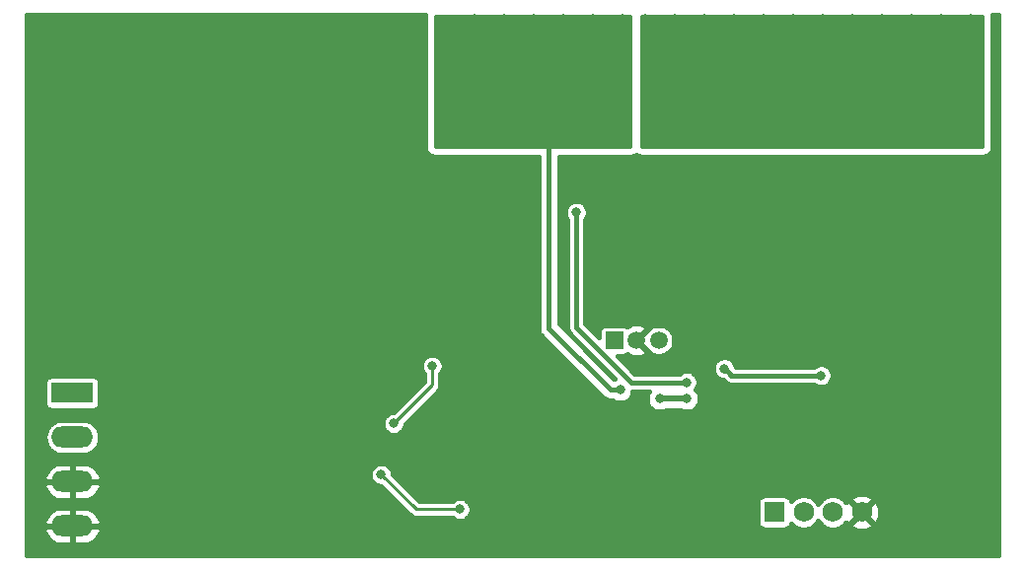
<source format=gbr>
%TF.GenerationSoftware,KiCad,Pcbnew,(5.1.4)-1*%
%TF.CreationDate,2020-11-14T02:23:56+08:00*%
%TF.ProjectId,power,706f7765-722e-46b6-9963-61645f706362,rev?*%
%TF.SameCoordinates,Original*%
%TF.FileFunction,Copper,L2,Bot*%
%TF.FilePolarity,Positive*%
%FSLAX46Y46*%
G04 Gerber Fmt 4.6, Leading zero omitted, Abs format (unit mm)*
G04 Created by KiCad (PCBNEW (5.1.4)-1) date 2020-11-14 02:23:56*
%MOMM*%
%LPD*%
G04 APERTURE LIST*
%ADD10O,9.000000X6.000000*%
%ADD11R,1.500000X1.500000*%
%ADD12C,1.500000*%
%ADD13C,0.800000*%
%ADD14C,0.800000*%
%ADD15C,1.750000*%
%ADD16R,1.750000X1.750000*%
%ADD17O,3.600000X1.800000*%
%ADD18R,3.600000X1.800000*%
%ADD19C,6.000000*%
%ADD20C,0.381000*%
%ADD21C,0.254000*%
%ADD22C,0.508000*%
%ADD23C,0.350000*%
%ADD24O,6.000000X2.000000*%
G04 APERTURE END LIST*
D10*
X68160000Y-27350000D03*
X78160000Y-27350000D03*
D11*
X71250000Y-48750000D03*
D12*
X75070000Y-48750000D03*
X73160000Y-48750000D03*
D13*
X72110000Y-26720000D03*
D14*
X72110000Y-26720000D02*
X72110000Y-26720000D01*
D13*
X72110000Y-27980000D03*
D14*
X72110000Y-27980000D02*
X72110000Y-27980000D01*
D13*
X71360000Y-29010000D03*
X71360000Y-25690000D03*
X64210000Y-26720000D03*
X64210000Y-27980000D03*
X64960000Y-29010000D03*
X64960000Y-25690000D03*
X68830000Y-29400000D03*
X67490000Y-29400000D03*
X70160000Y-29400000D03*
X66160000Y-29400000D03*
X68830000Y-25300000D03*
X67490000Y-25300000D03*
X66160000Y-25300000D03*
X70160000Y-25300000D03*
X74960000Y-29010000D03*
X74960000Y-25690000D03*
X74210000Y-27980000D03*
D14*
X74210000Y-27980000D02*
X74210000Y-27980000D01*
D13*
X74210000Y-26720000D03*
D14*
X74210000Y-26720000D02*
X74210000Y-26720000D01*
D13*
X81360000Y-29010000D03*
X81360000Y-25690000D03*
X82110000Y-26720000D03*
X80160000Y-29400000D03*
X78830000Y-29400000D03*
X77490000Y-29400000D03*
X76160000Y-29400000D03*
X80160000Y-25300000D03*
X78830000Y-25300000D03*
X77490000Y-25300000D03*
X76160000Y-25300000D03*
X82110000Y-27980000D03*
D15*
X92500000Y-63500000D03*
X90000000Y-63500000D03*
X87500000Y-63500000D03*
D16*
X85000000Y-63500000D03*
D17*
X24750000Y-64680000D03*
X24750000Y-60870000D03*
X24750000Y-57060000D03*
D18*
X24750000Y-53250000D03*
D13*
X102306810Y-62312500D03*
X102306810Y-64687500D03*
X100250000Y-65875000D03*
X98193190Y-64687500D03*
X98193190Y-62312500D03*
X100250000Y-61125000D03*
D19*
X100250000Y-63500000D03*
D13*
X41056810Y-44812500D03*
X41056810Y-47187500D03*
X39000000Y-48375000D03*
X36943190Y-47187500D03*
X36943190Y-44812500D03*
X39000000Y-43625000D03*
D19*
X39000000Y-46000000D03*
D13*
X85700000Y-36150000D03*
X86500000Y-55500000D03*
X87750000Y-56750000D03*
X80250000Y-57750001D03*
X66500000Y-64750000D03*
X64750000Y-64750000D03*
X63000000Y-64750000D03*
X61000000Y-64750000D03*
X58750000Y-64750000D03*
X56250000Y-64750000D03*
X81000000Y-65250000D03*
X81000000Y-59750000D03*
X81000000Y-62500000D03*
X89000000Y-51750000D03*
X51259748Y-60276752D03*
X64463990Y-33286000D03*
X68700000Y-64750000D03*
X77700000Y-48750000D03*
X80240000Y-48750000D03*
X82780000Y-48750000D03*
X85320000Y-48750000D03*
X87860000Y-48750000D03*
X90400000Y-48750000D03*
X92940000Y-48750000D03*
X95480000Y-48750000D03*
X98020000Y-48750000D03*
X100560000Y-48750000D03*
X88240000Y-36150000D03*
X90780000Y-36150000D03*
X93320000Y-36150000D03*
X95860000Y-36150000D03*
X98400000Y-36150000D03*
X100940000Y-36150000D03*
X103480000Y-36150000D03*
X85700000Y-38690000D03*
X88240000Y-38690000D03*
X90780000Y-38690000D03*
X93320000Y-38690000D03*
X95860000Y-38690000D03*
X98400000Y-38690000D03*
X100940000Y-38690000D03*
X103480000Y-38690000D03*
X85700000Y-41230000D03*
X88240000Y-41230000D03*
X90780000Y-41230000D03*
X93320000Y-41230000D03*
X95860000Y-41230000D03*
X98400000Y-41230000D03*
X100940000Y-41230000D03*
X103480000Y-41230000D03*
X85700000Y-43770000D03*
X88240000Y-43770000D03*
X90780000Y-43770000D03*
X93320000Y-43770000D03*
X95860000Y-43770000D03*
X98400000Y-43770000D03*
X100940000Y-43770000D03*
X103480000Y-43770000D03*
X85700000Y-46310000D03*
X88240000Y-46310000D03*
X90780000Y-46310000D03*
X93320000Y-46310000D03*
X95860000Y-46310000D03*
X98400000Y-46310000D03*
X100940000Y-46310000D03*
X103480000Y-46310000D03*
X103500000Y-48750000D03*
X21300000Y-21950000D03*
X23840000Y-21950000D03*
X26380000Y-21950000D03*
X28920000Y-21950000D03*
X31460000Y-21950000D03*
X34000000Y-21950000D03*
X36540000Y-21950000D03*
X39080000Y-21950000D03*
X41620000Y-21950000D03*
X44160000Y-21950000D03*
X21300000Y-24490000D03*
X23840000Y-24490000D03*
X26380000Y-24490000D03*
X28920000Y-24490000D03*
X31460000Y-24490000D03*
X34000000Y-24490000D03*
X36540000Y-24490000D03*
X39080000Y-24490000D03*
X41620000Y-24490000D03*
X44160000Y-24490000D03*
X21300000Y-27030000D03*
X23840000Y-27030000D03*
X26380000Y-27030000D03*
X28920000Y-27030000D03*
X31460000Y-27030000D03*
X34000000Y-27030000D03*
X36540000Y-27030000D03*
X39080000Y-27030000D03*
X41620000Y-27030000D03*
X44160000Y-27030000D03*
X21300000Y-29570000D03*
X23840000Y-29570000D03*
X26380000Y-29570000D03*
X28920000Y-29570000D03*
X31460000Y-29570000D03*
X34000000Y-29570000D03*
X36540000Y-29570000D03*
X39080000Y-29570000D03*
X41620000Y-29570000D03*
X44160000Y-29570000D03*
X21300000Y-32110000D03*
X23840000Y-32110000D03*
X26380000Y-32110000D03*
X28920000Y-32110000D03*
X31460000Y-32110000D03*
X34000000Y-32110000D03*
X36540000Y-32110000D03*
X39080000Y-32110000D03*
X41620000Y-32110000D03*
X44160000Y-32110000D03*
X21300000Y-34650000D03*
X23840000Y-34650000D03*
X26380000Y-34650000D03*
X28920000Y-34650000D03*
X31460000Y-34650000D03*
X34000000Y-34650000D03*
X36540000Y-34650000D03*
X39080000Y-34650000D03*
X41620000Y-34650000D03*
X44160000Y-34650000D03*
X21300000Y-37190000D03*
X23840000Y-37190000D03*
X26380000Y-37190000D03*
X28920000Y-37190000D03*
X31460000Y-37190000D03*
X34000000Y-37190000D03*
X36540000Y-37190000D03*
X39080000Y-37190000D03*
X41620000Y-37190000D03*
X44160000Y-37190000D03*
X21300000Y-39730000D03*
X23840000Y-39730000D03*
X26380000Y-39730000D03*
X28920000Y-39730000D03*
X31460000Y-39730000D03*
X34000000Y-39730000D03*
X36540000Y-39730000D03*
X39080000Y-39730000D03*
X41620000Y-39730000D03*
X44160000Y-39730000D03*
X69300000Y-39050000D03*
X64100000Y-39050000D03*
X71300000Y-39050000D03*
X73300000Y-39050000D03*
X75300000Y-39050000D03*
X77300000Y-39050000D03*
X79300000Y-39050000D03*
X69300000Y-40320000D03*
X71300000Y-40320000D03*
X73300000Y-40320000D03*
X75300000Y-40320000D03*
X77300000Y-40320000D03*
X79300000Y-40320000D03*
X69300000Y-41590000D03*
X71300000Y-41590000D03*
X73300000Y-41590000D03*
X75300000Y-41590000D03*
X77300000Y-41590000D03*
X79300000Y-41590000D03*
X69300000Y-42860000D03*
X71300000Y-42860000D03*
X73300000Y-42860000D03*
X75300000Y-42860000D03*
X77300000Y-42860000D03*
X79300000Y-42860000D03*
X69300000Y-44130000D03*
X71300000Y-44130000D03*
X73300000Y-44130000D03*
X75300000Y-44130000D03*
X77300000Y-44130000D03*
X79300000Y-44130000D03*
X69300000Y-45400000D03*
X71300000Y-45400000D03*
X73300000Y-45400000D03*
X75300000Y-45400000D03*
X77300000Y-45400000D03*
X79300000Y-45400000D03*
X69300000Y-46670000D03*
X71300000Y-46670000D03*
X73300000Y-46670000D03*
X75300000Y-46670000D03*
X77300000Y-46670000D03*
X79300000Y-46670000D03*
X62100000Y-39050000D03*
X60100000Y-39050000D03*
X58100000Y-39050000D03*
X56100000Y-39050000D03*
X54100000Y-39050000D03*
X64100000Y-40320000D03*
X62100000Y-40320000D03*
X60100000Y-40320000D03*
X58100000Y-40320000D03*
X56100000Y-40320000D03*
X54100000Y-40320000D03*
X64100000Y-41590000D03*
X62100000Y-41590000D03*
X60100000Y-41590000D03*
X58100000Y-41590000D03*
X56100000Y-41590000D03*
X54100000Y-41590000D03*
X64100000Y-42860000D03*
X62100000Y-42860000D03*
X60100000Y-42860000D03*
X58100000Y-42860000D03*
X56100000Y-42860000D03*
X54100000Y-42860000D03*
X64100000Y-44130000D03*
X62100000Y-44130000D03*
X60100000Y-44130000D03*
X58100000Y-44130000D03*
X56100000Y-44130000D03*
X54100000Y-44130000D03*
X64100000Y-45400000D03*
X62100000Y-45400000D03*
X60100000Y-45400000D03*
X58100000Y-45400000D03*
X56100000Y-45400000D03*
X54100000Y-45400000D03*
X64100000Y-46670000D03*
X62100000Y-46670000D03*
X60100000Y-46670000D03*
X58100000Y-46670000D03*
X56100000Y-46670000D03*
X54100000Y-46670000D03*
X64100000Y-47940000D03*
X62100000Y-47940000D03*
X60100000Y-47940000D03*
X58100000Y-47940000D03*
X56100000Y-47940000D03*
X54100000Y-47940000D03*
X80700000Y-51150000D03*
X58000000Y-63246000D03*
X52324000Y-55880012D03*
X55626000Y-50927000D03*
X71750000Y-53000000D03*
X65626000Y-31623000D03*
X77500000Y-53750000D03*
X75137990Y-53753204D03*
X59300000Y-21150000D03*
X61840000Y-21150000D03*
X64380000Y-21150000D03*
X66920000Y-21150000D03*
X69460000Y-21150000D03*
X72000000Y-21150000D03*
X59300000Y-23690000D03*
X61840000Y-23690000D03*
X64380000Y-23690000D03*
X66920000Y-23690000D03*
X69460000Y-23690000D03*
X72000000Y-23690000D03*
X59300000Y-26230000D03*
X61840000Y-26230000D03*
X59300000Y-28770000D03*
X61840000Y-28770000D03*
X59300000Y-31310000D03*
X61840000Y-31310000D03*
X64380000Y-31310000D03*
X66920000Y-31310000D03*
X69460000Y-31310000D03*
X72000000Y-31310000D03*
X67999996Y-37750000D03*
X77470694Y-52326654D03*
X73900000Y-21150000D03*
X76440000Y-21150000D03*
X78980000Y-21150000D03*
X81520000Y-21150000D03*
X84060000Y-21150000D03*
X86600000Y-21150000D03*
X89140000Y-21150000D03*
X91680000Y-21150000D03*
X94220000Y-21150000D03*
X96760000Y-21150000D03*
X99300000Y-21150000D03*
X101840000Y-21150000D03*
X73900000Y-23690000D03*
X76440000Y-23690000D03*
X78980000Y-23690000D03*
X81520000Y-23690000D03*
X84060000Y-23690000D03*
X86600000Y-23690000D03*
X89140000Y-23690000D03*
X91680000Y-23690000D03*
X94220000Y-23690000D03*
X96760000Y-23690000D03*
X99300000Y-23690000D03*
X101840000Y-23690000D03*
X84060000Y-26230000D03*
X86600000Y-26230000D03*
X89140000Y-26230000D03*
X91680000Y-26230000D03*
X94220000Y-26230000D03*
X96760000Y-26230000D03*
X99300000Y-26230000D03*
X101840000Y-26230000D03*
X84060000Y-28770000D03*
X86600000Y-28770000D03*
X89140000Y-28770000D03*
X91680000Y-28770000D03*
X94220000Y-28770000D03*
X96760000Y-28770000D03*
X99300000Y-28770000D03*
X101840000Y-28770000D03*
X73900000Y-31310000D03*
X76440000Y-31310000D03*
X78980000Y-31310000D03*
X81520000Y-31310000D03*
X84060000Y-31310000D03*
X86600000Y-31310000D03*
X89140000Y-31310000D03*
X91680000Y-31310000D03*
X94220000Y-31310000D03*
X96760000Y-31310000D03*
X99300000Y-31310000D03*
X101840000Y-31310000D03*
D20*
X81300000Y-51750000D02*
X81099999Y-51549999D01*
X81099999Y-51549999D02*
X80700000Y-51150000D01*
X89000000Y-51750000D02*
X81300000Y-51750000D01*
D21*
X57434315Y-63246000D02*
X58000000Y-63246000D01*
X54228996Y-63246000D02*
X57434315Y-63246000D01*
X51259748Y-60276752D02*
X54228996Y-63246000D01*
X55626000Y-52578012D02*
X55626000Y-51492685D01*
X55626000Y-51492685D02*
X55626000Y-50927000D01*
X52324000Y-55880012D02*
X55626000Y-52578012D01*
D20*
X65626000Y-47691685D02*
X65626000Y-31623000D01*
X70934316Y-53000000D02*
X65626000Y-47691685D01*
X71750000Y-53000000D02*
X70934316Y-53000000D01*
D22*
X77500000Y-53750000D02*
X75141194Y-53750000D01*
X75141194Y-53750000D02*
X75137990Y-53753204D01*
D20*
X72702438Y-52326654D02*
X76905009Y-52326654D01*
X67999996Y-37750000D02*
X67999996Y-47624212D01*
X67999996Y-47624212D02*
X72702438Y-52326654D01*
X76905009Y-52326654D02*
X77470694Y-52326654D01*
G36*
X55051500Y-32250000D02*
G01*
X55064921Y-32386271D01*
X55104670Y-32517304D01*
X55169218Y-32638066D01*
X55256086Y-32743914D01*
X55361934Y-32830782D01*
X55482696Y-32895330D01*
X55613729Y-32935079D01*
X55750000Y-32948500D01*
X64737001Y-32948500D01*
X64737000Y-47648025D01*
X64732700Y-47691685D01*
X64737000Y-47735345D01*
X64737000Y-47735351D01*
X64741421Y-47780238D01*
X64749864Y-47865960D01*
X64765416Y-47917227D01*
X64800697Y-48033535D01*
X64883247Y-48187975D01*
X64994341Y-48323344D01*
X65028264Y-48351184D01*
X70274822Y-53597742D01*
X70302657Y-53631659D01*
X70438025Y-53742753D01*
X70592465Y-53825303D01*
X70684632Y-53853261D01*
X70760041Y-53876136D01*
X70776641Y-53877771D01*
X70890649Y-53889000D01*
X70890656Y-53889000D01*
X70934316Y-53893300D01*
X70977976Y-53889000D01*
X71103234Y-53889000D01*
X71229665Y-53973478D01*
X71429579Y-54056285D01*
X71641807Y-54098500D01*
X71858193Y-54098500D01*
X72070421Y-54056285D01*
X72270335Y-53973478D01*
X72450253Y-53853261D01*
X72603261Y-53700253D01*
X72723478Y-53520335D01*
X72806285Y-53320421D01*
X72848500Y-53108193D01*
X72848500Y-53088654D01*
X74260873Y-53088654D01*
X74164512Y-53232869D01*
X74081705Y-53432783D01*
X74039490Y-53645011D01*
X74039490Y-53861397D01*
X74081705Y-54073625D01*
X74164512Y-54273539D01*
X74284729Y-54453457D01*
X74437737Y-54606465D01*
X74617655Y-54726682D01*
X74817569Y-54809489D01*
X75029797Y-54851704D01*
X75246183Y-54851704D01*
X75458411Y-54809489D01*
X75658325Y-54726682D01*
X75694516Y-54702500D01*
X76948269Y-54702500D01*
X76979665Y-54723478D01*
X77179579Y-54806285D01*
X77391807Y-54848500D01*
X77608193Y-54848500D01*
X77820421Y-54806285D01*
X78020335Y-54723478D01*
X78200253Y-54603261D01*
X78353261Y-54450253D01*
X78473478Y-54270335D01*
X78556285Y-54070421D01*
X78598500Y-53858193D01*
X78598500Y-53641807D01*
X78556285Y-53429579D01*
X78473478Y-53229665D01*
X78353261Y-53049747D01*
X78234983Y-52931469D01*
X78331626Y-52786832D01*
X78404860Y-52610030D01*
X78442194Y-52422338D01*
X78442194Y-52230970D01*
X78404860Y-52043278D01*
X78331626Y-51866476D01*
X78225308Y-51707359D01*
X78089989Y-51572040D01*
X77930872Y-51465722D01*
X77754070Y-51392488D01*
X77566378Y-51355154D01*
X77375010Y-51355154D01*
X77187318Y-51392488D01*
X77010516Y-51465722D01*
X76862453Y-51564654D01*
X73018069Y-51564654D01*
X72507731Y-51054316D01*
X79728500Y-51054316D01*
X79728500Y-51245684D01*
X79765834Y-51433376D01*
X79839068Y-51610178D01*
X79945386Y-51769295D01*
X80080705Y-51904614D01*
X80239822Y-52010932D01*
X80416624Y-52084166D01*
X80591276Y-52118906D01*
X80734716Y-52262346D01*
X80758578Y-52291422D01*
X80874608Y-52386645D01*
X81006985Y-52457402D01*
X81150622Y-52500974D01*
X81262574Y-52512000D01*
X81262576Y-52512000D01*
X81299999Y-52515686D01*
X81337422Y-52512000D01*
X88391759Y-52512000D01*
X88539822Y-52610932D01*
X88716624Y-52684166D01*
X88904316Y-52721500D01*
X89095684Y-52721500D01*
X89283376Y-52684166D01*
X89460178Y-52610932D01*
X89619295Y-52504614D01*
X89754614Y-52369295D01*
X89860932Y-52210178D01*
X89934166Y-52033376D01*
X89971500Y-51845684D01*
X89971500Y-51654316D01*
X89934166Y-51466624D01*
X89860932Y-51289822D01*
X89754614Y-51130705D01*
X89619295Y-50995386D01*
X89460178Y-50889068D01*
X89283376Y-50815834D01*
X89095684Y-50778500D01*
X88904316Y-50778500D01*
X88716624Y-50815834D01*
X88539822Y-50889068D01*
X88391759Y-50988000D01*
X81658309Y-50988000D01*
X81634166Y-50866624D01*
X81560932Y-50689822D01*
X81454614Y-50530705D01*
X81319295Y-50395386D01*
X81160178Y-50289068D01*
X80983376Y-50215834D01*
X80795684Y-50178500D01*
X80604316Y-50178500D01*
X80416624Y-50215834D01*
X80239822Y-50289068D01*
X80080705Y-50395386D01*
X79945386Y-50530705D01*
X79839068Y-50689822D01*
X79765834Y-50866624D01*
X79728500Y-51054316D01*
X72507731Y-51054316D01*
X71527680Y-50074265D01*
X72000000Y-50074265D01*
X72112034Y-50063231D01*
X72219762Y-50030552D01*
X72319045Y-49977484D01*
X72353552Y-49949165D01*
X72356660Y-49963735D01*
X72608885Y-50097137D01*
X72882287Y-50178769D01*
X73166363Y-50205494D01*
X73450193Y-50176286D01*
X73722872Y-50092266D01*
X73963340Y-49963735D01*
X74019707Y-49699509D01*
X73160000Y-48839803D01*
X73145858Y-48853945D01*
X73056055Y-48764142D01*
X73070197Y-48750000D01*
X73249803Y-48750000D01*
X73945488Y-49445686D01*
X74043524Y-49592407D01*
X74227593Y-49776476D01*
X74444035Y-49921098D01*
X74684533Y-50020715D01*
X74939844Y-50071500D01*
X75200156Y-50071500D01*
X75455467Y-50020715D01*
X75695965Y-49921098D01*
X75912407Y-49776476D01*
X76096476Y-49592407D01*
X76241098Y-49375965D01*
X76340715Y-49135467D01*
X76391500Y-48880156D01*
X76391500Y-48619844D01*
X76340715Y-48364533D01*
X76241098Y-48124035D01*
X76096476Y-47907593D01*
X75912407Y-47723524D01*
X75695965Y-47578902D01*
X75455467Y-47479285D01*
X75200156Y-47428500D01*
X74939844Y-47428500D01*
X74684533Y-47479285D01*
X74444035Y-47578902D01*
X74227593Y-47723524D01*
X74043524Y-47907593D01*
X73945488Y-48054314D01*
X73249803Y-48750000D01*
X73070197Y-48750000D01*
X73056055Y-48735858D01*
X73145858Y-48646055D01*
X73160000Y-48660197D01*
X74019707Y-47800491D01*
X73963340Y-47536265D01*
X73711115Y-47402863D01*
X73437713Y-47321231D01*
X73153637Y-47294506D01*
X72869807Y-47323714D01*
X72597128Y-47407734D01*
X72356660Y-47536265D01*
X72353552Y-47550835D01*
X72319045Y-47522516D01*
X72219762Y-47469448D01*
X72112034Y-47436769D01*
X72000000Y-47425735D01*
X70500000Y-47425735D01*
X70387966Y-47436769D01*
X70280238Y-47469448D01*
X70180955Y-47522516D01*
X70093933Y-47593933D01*
X70022516Y-47680955D01*
X69969448Y-47780238D01*
X69936769Y-47887966D01*
X69925735Y-48000000D01*
X69925735Y-48472321D01*
X68761996Y-47308582D01*
X68761996Y-38358241D01*
X68860928Y-38210178D01*
X68934162Y-38033376D01*
X68971496Y-37845684D01*
X68971496Y-37654316D01*
X68934162Y-37466624D01*
X68860928Y-37289822D01*
X68754610Y-37130705D01*
X68619291Y-36995386D01*
X68460174Y-36889068D01*
X68283372Y-36815834D01*
X68095680Y-36778500D01*
X67904312Y-36778500D01*
X67716620Y-36815834D01*
X67539818Y-36889068D01*
X67380701Y-36995386D01*
X67245382Y-37130705D01*
X67139064Y-37289822D01*
X67065830Y-37466624D01*
X67028496Y-37654316D01*
X67028496Y-37845684D01*
X67065830Y-38033376D01*
X67139064Y-38210178D01*
X67237996Y-38358241D01*
X67237997Y-47586779D01*
X67234310Y-47624212D01*
X67249023Y-47773590D01*
X67292595Y-47917227D01*
X67363351Y-48049604D01*
X67434717Y-48136563D01*
X67458575Y-48165634D01*
X67487645Y-48189491D01*
X71296847Y-51998694D01*
X71229665Y-52026522D01*
X71222717Y-52031165D01*
X66515000Y-47323450D01*
X66515000Y-32948500D01*
X72750000Y-32948500D01*
X72886271Y-32935079D01*
X73017304Y-32895330D01*
X73125000Y-32837766D01*
X73232696Y-32895330D01*
X73363729Y-32935079D01*
X73500000Y-32948500D01*
X103000000Y-32948500D01*
X103136271Y-32935079D01*
X103267304Y-32895330D01*
X103388066Y-32830782D01*
X103493914Y-32743914D01*
X103580782Y-32638066D01*
X103645330Y-32517304D01*
X103685079Y-32386271D01*
X103698500Y-32250000D01*
X103698500Y-20821500D01*
X104178500Y-20821500D01*
X104178501Y-67178500D01*
X20821500Y-67178500D01*
X20821500Y-64992581D01*
X22282360Y-64992581D01*
X22348878Y-65233052D01*
X22485617Y-65515280D01*
X22674788Y-65765408D01*
X22909122Y-65973825D01*
X23179614Y-66132521D01*
X23475868Y-66235397D01*
X23786500Y-66278500D01*
X24686500Y-66278500D01*
X24686500Y-64743500D01*
X24813500Y-64743500D01*
X24813500Y-66278500D01*
X25713500Y-66278500D01*
X26024132Y-66235397D01*
X26320386Y-66132521D01*
X26590878Y-65973825D01*
X26825212Y-65765408D01*
X27014383Y-65515280D01*
X27151122Y-65233052D01*
X27217640Y-64992581D01*
X27072458Y-64743500D01*
X24813500Y-64743500D01*
X24686500Y-64743500D01*
X22427542Y-64743500D01*
X22282360Y-64992581D01*
X20821500Y-64992581D01*
X20821500Y-64367419D01*
X22282360Y-64367419D01*
X22427542Y-64616500D01*
X24686500Y-64616500D01*
X24686500Y-63081500D01*
X24813500Y-63081500D01*
X24813500Y-64616500D01*
X27072458Y-64616500D01*
X27217640Y-64367419D01*
X27151122Y-64126948D01*
X27014383Y-63844720D01*
X26825212Y-63594592D01*
X26590878Y-63386175D01*
X26320386Y-63227479D01*
X26024132Y-63124603D01*
X25713500Y-63081500D01*
X24813500Y-63081500D01*
X24686500Y-63081500D01*
X23786500Y-63081500D01*
X23475868Y-63124603D01*
X23179614Y-63227479D01*
X22909122Y-63386175D01*
X22674788Y-63594592D01*
X22485617Y-63844720D01*
X22348878Y-64126948D01*
X22282360Y-64367419D01*
X20821500Y-64367419D01*
X20821500Y-61182581D01*
X22282360Y-61182581D01*
X22348878Y-61423052D01*
X22485617Y-61705280D01*
X22674788Y-61955408D01*
X22909122Y-62163825D01*
X23179614Y-62322521D01*
X23475868Y-62425397D01*
X23786500Y-62468500D01*
X24686500Y-62468500D01*
X24686500Y-60933500D01*
X24813500Y-60933500D01*
X24813500Y-62468500D01*
X25713500Y-62468500D01*
X26024132Y-62425397D01*
X26320386Y-62322521D01*
X26590878Y-62163825D01*
X26825212Y-61955408D01*
X27014383Y-61705280D01*
X27151122Y-61423052D01*
X27217640Y-61182581D01*
X27072458Y-60933500D01*
X24813500Y-60933500D01*
X24686500Y-60933500D01*
X22427542Y-60933500D01*
X22282360Y-61182581D01*
X20821500Y-61182581D01*
X20821500Y-60557419D01*
X22282360Y-60557419D01*
X22427542Y-60806500D01*
X24686500Y-60806500D01*
X24686500Y-59271500D01*
X24813500Y-59271500D01*
X24813500Y-60806500D01*
X27072458Y-60806500D01*
X27217640Y-60557419D01*
X27151122Y-60316948D01*
X27085289Y-60181068D01*
X50288248Y-60181068D01*
X50288248Y-60372436D01*
X50325582Y-60560128D01*
X50398816Y-60736930D01*
X50505134Y-60896047D01*
X50640453Y-61031366D01*
X50799570Y-61137684D01*
X50976372Y-61210918D01*
X51164064Y-61248252D01*
X51243421Y-61248252D01*
X53710825Y-63715657D01*
X53732693Y-63742303D01*
X53759339Y-63764171D01*
X53759342Y-63764174D01*
X53839052Y-63829591D01*
X53867357Y-63844720D01*
X53960399Y-63894452D01*
X54092066Y-63934393D01*
X54194687Y-63944500D01*
X54194698Y-63944500D01*
X54228996Y-63947878D01*
X54263294Y-63944500D01*
X57324591Y-63944500D01*
X57380705Y-64000614D01*
X57539822Y-64106932D01*
X57716624Y-64180166D01*
X57904316Y-64217500D01*
X58095684Y-64217500D01*
X58283376Y-64180166D01*
X58460178Y-64106932D01*
X58619295Y-64000614D01*
X58754614Y-63865295D01*
X58860932Y-63706178D01*
X58934166Y-63529376D01*
X58971500Y-63341684D01*
X58971500Y-63150316D01*
X58934166Y-62962624D01*
X58860932Y-62785822D01*
X58754614Y-62626705D01*
X58752909Y-62625000D01*
X83550735Y-62625000D01*
X83550735Y-64375000D01*
X83561769Y-64487034D01*
X83594448Y-64594762D01*
X83647516Y-64694045D01*
X83718933Y-64781067D01*
X83805955Y-64852484D01*
X83905238Y-64905552D01*
X84012966Y-64938231D01*
X84125000Y-64949265D01*
X85875000Y-64949265D01*
X85987034Y-64938231D01*
X86094762Y-64905552D01*
X86194045Y-64852484D01*
X86281067Y-64781067D01*
X86352484Y-64694045D01*
X86405552Y-64594762D01*
X86438231Y-64487034D01*
X86438513Y-64484173D01*
X86577910Y-64623570D01*
X86814825Y-64781872D01*
X87078072Y-64890912D01*
X87357532Y-64946500D01*
X87642468Y-64946500D01*
X87921928Y-64890912D01*
X88185175Y-64781872D01*
X88422090Y-64623570D01*
X88623570Y-64422090D01*
X88750000Y-64232875D01*
X88876430Y-64422090D01*
X89077910Y-64623570D01*
X89314825Y-64781872D01*
X89578072Y-64890912D01*
X89857532Y-64946500D01*
X90142468Y-64946500D01*
X90421928Y-64890912D01*
X90685175Y-64781872D01*
X90922090Y-64623570D01*
X91007236Y-64538424D01*
X91551378Y-64538424D01*
X91622768Y-64815439D01*
X91896253Y-64961303D01*
X92192940Y-65051010D01*
X92501428Y-65081113D01*
X92809860Y-65050453D01*
X93106384Y-64960212D01*
X93377232Y-64815439D01*
X93448622Y-64538424D01*
X92500000Y-63589803D01*
X91551378Y-64538424D01*
X91007236Y-64538424D01*
X91123570Y-64422090D01*
X91170776Y-64351442D01*
X91184561Y-64377232D01*
X91461576Y-64448622D01*
X92410197Y-63500000D01*
X92589803Y-63500000D01*
X93538424Y-64448622D01*
X93815439Y-64377232D01*
X93961303Y-64103747D01*
X94051010Y-63807060D01*
X94081113Y-63498572D01*
X94050453Y-63190140D01*
X93960212Y-62893616D01*
X93815439Y-62622768D01*
X93538424Y-62551378D01*
X92589803Y-63500000D01*
X92410197Y-63500000D01*
X91461576Y-62551378D01*
X91184561Y-62622768D01*
X91170792Y-62648583D01*
X91123570Y-62577910D01*
X91007236Y-62461576D01*
X91551378Y-62461576D01*
X92500000Y-63410197D01*
X93448622Y-62461576D01*
X93377232Y-62184561D01*
X93103747Y-62038697D01*
X92807060Y-61948990D01*
X92498572Y-61918887D01*
X92190140Y-61949547D01*
X91893616Y-62039788D01*
X91622768Y-62184561D01*
X91551378Y-62461576D01*
X91007236Y-62461576D01*
X90922090Y-62376430D01*
X90685175Y-62218128D01*
X90421928Y-62109088D01*
X90142468Y-62053500D01*
X89857532Y-62053500D01*
X89578072Y-62109088D01*
X89314825Y-62218128D01*
X89077910Y-62376430D01*
X88876430Y-62577910D01*
X88750000Y-62767125D01*
X88623570Y-62577910D01*
X88422090Y-62376430D01*
X88185175Y-62218128D01*
X87921928Y-62109088D01*
X87642468Y-62053500D01*
X87357532Y-62053500D01*
X87078072Y-62109088D01*
X86814825Y-62218128D01*
X86577910Y-62376430D01*
X86438513Y-62515827D01*
X86438231Y-62512966D01*
X86405552Y-62405238D01*
X86352484Y-62305955D01*
X86281067Y-62218933D01*
X86194045Y-62147516D01*
X86094762Y-62094448D01*
X85987034Y-62061769D01*
X85875000Y-62050735D01*
X84125000Y-62050735D01*
X84012966Y-62061769D01*
X83905238Y-62094448D01*
X83805955Y-62147516D01*
X83718933Y-62218933D01*
X83647516Y-62305955D01*
X83594448Y-62405238D01*
X83561769Y-62512966D01*
X83550735Y-62625000D01*
X58752909Y-62625000D01*
X58619295Y-62491386D01*
X58460178Y-62385068D01*
X58283376Y-62311834D01*
X58095684Y-62274500D01*
X57904316Y-62274500D01*
X57716624Y-62311834D01*
X57539822Y-62385068D01*
X57380705Y-62491386D01*
X57324591Y-62547500D01*
X54518324Y-62547500D01*
X52231248Y-60260425D01*
X52231248Y-60181068D01*
X52193914Y-59993376D01*
X52120680Y-59816574D01*
X52014362Y-59657457D01*
X51879043Y-59522138D01*
X51719926Y-59415820D01*
X51543124Y-59342586D01*
X51355432Y-59305252D01*
X51164064Y-59305252D01*
X50976372Y-59342586D01*
X50799570Y-59415820D01*
X50640453Y-59522138D01*
X50505134Y-59657457D01*
X50398816Y-59816574D01*
X50325582Y-59993376D01*
X50288248Y-60181068D01*
X27085289Y-60181068D01*
X27014383Y-60034720D01*
X26825212Y-59784592D01*
X26590878Y-59576175D01*
X26320386Y-59417479D01*
X26024132Y-59314603D01*
X25713500Y-59271500D01*
X24813500Y-59271500D01*
X24686500Y-59271500D01*
X23786500Y-59271500D01*
X23475868Y-59314603D01*
X23179614Y-59417479D01*
X22909122Y-59576175D01*
X22674788Y-59784592D01*
X22485617Y-60034720D01*
X22348878Y-60316948D01*
X22282360Y-60557419D01*
X20821500Y-60557419D01*
X20821500Y-57060000D01*
X22371381Y-57060000D01*
X22399792Y-57348464D01*
X22483934Y-57625843D01*
X22620573Y-57881477D01*
X22804458Y-58105542D01*
X23028523Y-58289427D01*
X23284157Y-58426066D01*
X23561536Y-58510208D01*
X23777719Y-58531500D01*
X25722281Y-58531500D01*
X25938464Y-58510208D01*
X26215843Y-58426066D01*
X26471477Y-58289427D01*
X26695542Y-58105542D01*
X26879427Y-57881477D01*
X27016066Y-57625843D01*
X27100208Y-57348464D01*
X27128619Y-57060000D01*
X27100208Y-56771536D01*
X27016066Y-56494157D01*
X26879427Y-56238523D01*
X26695542Y-56014458D01*
X26471477Y-55830573D01*
X26384959Y-55784328D01*
X51352500Y-55784328D01*
X51352500Y-55975696D01*
X51389834Y-56163388D01*
X51463068Y-56340190D01*
X51569386Y-56499307D01*
X51704705Y-56634626D01*
X51863822Y-56740944D01*
X52040624Y-56814178D01*
X52228316Y-56851512D01*
X52419684Y-56851512D01*
X52607376Y-56814178D01*
X52784178Y-56740944D01*
X52943295Y-56634626D01*
X53078614Y-56499307D01*
X53184932Y-56340190D01*
X53258166Y-56163388D01*
X53295500Y-55975696D01*
X53295500Y-55896339D01*
X56095667Y-53096174D01*
X56122302Y-53074315D01*
X56144162Y-53047679D01*
X56144174Y-53047667D01*
X56209591Y-52967956D01*
X56274451Y-52846611D01*
X56274452Y-52846608D01*
X56314393Y-52714942D01*
X56324500Y-52612321D01*
X56324500Y-52612311D01*
X56327878Y-52578013D01*
X56324500Y-52543715D01*
X56324500Y-51602409D01*
X56380614Y-51546295D01*
X56486932Y-51387178D01*
X56560166Y-51210376D01*
X56597500Y-51022684D01*
X56597500Y-50831316D01*
X56560166Y-50643624D01*
X56486932Y-50466822D01*
X56380614Y-50307705D01*
X56245295Y-50172386D01*
X56086178Y-50066068D01*
X55909376Y-49992834D01*
X55721684Y-49955500D01*
X55530316Y-49955500D01*
X55342624Y-49992834D01*
X55165822Y-50066068D01*
X55006705Y-50172386D01*
X54871386Y-50307705D01*
X54765068Y-50466822D01*
X54691834Y-50643624D01*
X54654500Y-50831316D01*
X54654500Y-51022684D01*
X54691834Y-51210376D01*
X54765068Y-51387178D01*
X54871386Y-51546295D01*
X54927501Y-51602410D01*
X54927500Y-52288683D01*
X52307673Y-54908512D01*
X52228316Y-54908512D01*
X52040624Y-54945846D01*
X51863822Y-55019080D01*
X51704705Y-55125398D01*
X51569386Y-55260717D01*
X51463068Y-55419834D01*
X51389834Y-55596636D01*
X51352500Y-55784328D01*
X26384959Y-55784328D01*
X26215843Y-55693934D01*
X25938464Y-55609792D01*
X25722281Y-55588500D01*
X23777719Y-55588500D01*
X23561536Y-55609792D01*
X23284157Y-55693934D01*
X23028523Y-55830573D01*
X22804458Y-56014458D01*
X22620573Y-56238523D01*
X22483934Y-56494157D01*
X22399792Y-56771536D01*
X22371381Y-57060000D01*
X20821500Y-57060000D01*
X20821500Y-52350000D01*
X22375735Y-52350000D01*
X22375735Y-54150000D01*
X22386769Y-54262034D01*
X22419448Y-54369762D01*
X22472516Y-54469045D01*
X22543933Y-54556067D01*
X22630955Y-54627484D01*
X22730238Y-54680552D01*
X22837966Y-54713231D01*
X22950000Y-54724265D01*
X26550000Y-54724265D01*
X26662034Y-54713231D01*
X26769762Y-54680552D01*
X26869045Y-54627484D01*
X26956067Y-54556067D01*
X27027484Y-54469045D01*
X27080552Y-54369762D01*
X27113231Y-54262034D01*
X27124265Y-54150000D01*
X27124265Y-52350000D01*
X27113231Y-52237966D01*
X27080552Y-52130238D01*
X27027484Y-52030955D01*
X26956067Y-51943933D01*
X26869045Y-51872516D01*
X26769762Y-51819448D01*
X26662034Y-51786769D01*
X26550000Y-51775735D01*
X22950000Y-51775735D01*
X22837966Y-51786769D01*
X22730238Y-51819448D01*
X22630955Y-51872516D01*
X22543933Y-51943933D01*
X22472516Y-52030955D01*
X22419448Y-52130238D01*
X22386769Y-52237966D01*
X22375735Y-52350000D01*
X20821500Y-52350000D01*
X20821500Y-20821500D01*
X55051500Y-20821500D01*
X55051500Y-32250000D01*
X55051500Y-32250000D01*
G37*
X55051500Y-32250000D02*
X55064921Y-32386271D01*
X55104670Y-32517304D01*
X55169218Y-32638066D01*
X55256086Y-32743914D01*
X55361934Y-32830782D01*
X55482696Y-32895330D01*
X55613729Y-32935079D01*
X55750000Y-32948500D01*
X64737001Y-32948500D01*
X64737000Y-47648025D01*
X64732700Y-47691685D01*
X64737000Y-47735345D01*
X64737000Y-47735351D01*
X64741421Y-47780238D01*
X64749864Y-47865960D01*
X64765416Y-47917227D01*
X64800697Y-48033535D01*
X64883247Y-48187975D01*
X64994341Y-48323344D01*
X65028264Y-48351184D01*
X70274822Y-53597742D01*
X70302657Y-53631659D01*
X70438025Y-53742753D01*
X70592465Y-53825303D01*
X70684632Y-53853261D01*
X70760041Y-53876136D01*
X70776641Y-53877771D01*
X70890649Y-53889000D01*
X70890656Y-53889000D01*
X70934316Y-53893300D01*
X70977976Y-53889000D01*
X71103234Y-53889000D01*
X71229665Y-53973478D01*
X71429579Y-54056285D01*
X71641807Y-54098500D01*
X71858193Y-54098500D01*
X72070421Y-54056285D01*
X72270335Y-53973478D01*
X72450253Y-53853261D01*
X72603261Y-53700253D01*
X72723478Y-53520335D01*
X72806285Y-53320421D01*
X72848500Y-53108193D01*
X72848500Y-53088654D01*
X74260873Y-53088654D01*
X74164512Y-53232869D01*
X74081705Y-53432783D01*
X74039490Y-53645011D01*
X74039490Y-53861397D01*
X74081705Y-54073625D01*
X74164512Y-54273539D01*
X74284729Y-54453457D01*
X74437737Y-54606465D01*
X74617655Y-54726682D01*
X74817569Y-54809489D01*
X75029797Y-54851704D01*
X75246183Y-54851704D01*
X75458411Y-54809489D01*
X75658325Y-54726682D01*
X75694516Y-54702500D01*
X76948269Y-54702500D01*
X76979665Y-54723478D01*
X77179579Y-54806285D01*
X77391807Y-54848500D01*
X77608193Y-54848500D01*
X77820421Y-54806285D01*
X78020335Y-54723478D01*
X78200253Y-54603261D01*
X78353261Y-54450253D01*
X78473478Y-54270335D01*
X78556285Y-54070421D01*
X78598500Y-53858193D01*
X78598500Y-53641807D01*
X78556285Y-53429579D01*
X78473478Y-53229665D01*
X78353261Y-53049747D01*
X78234983Y-52931469D01*
X78331626Y-52786832D01*
X78404860Y-52610030D01*
X78442194Y-52422338D01*
X78442194Y-52230970D01*
X78404860Y-52043278D01*
X78331626Y-51866476D01*
X78225308Y-51707359D01*
X78089989Y-51572040D01*
X77930872Y-51465722D01*
X77754070Y-51392488D01*
X77566378Y-51355154D01*
X77375010Y-51355154D01*
X77187318Y-51392488D01*
X77010516Y-51465722D01*
X76862453Y-51564654D01*
X73018069Y-51564654D01*
X72507731Y-51054316D01*
X79728500Y-51054316D01*
X79728500Y-51245684D01*
X79765834Y-51433376D01*
X79839068Y-51610178D01*
X79945386Y-51769295D01*
X80080705Y-51904614D01*
X80239822Y-52010932D01*
X80416624Y-52084166D01*
X80591276Y-52118906D01*
X80734716Y-52262346D01*
X80758578Y-52291422D01*
X80874608Y-52386645D01*
X81006985Y-52457402D01*
X81150622Y-52500974D01*
X81262574Y-52512000D01*
X81262576Y-52512000D01*
X81299999Y-52515686D01*
X81337422Y-52512000D01*
X88391759Y-52512000D01*
X88539822Y-52610932D01*
X88716624Y-52684166D01*
X88904316Y-52721500D01*
X89095684Y-52721500D01*
X89283376Y-52684166D01*
X89460178Y-52610932D01*
X89619295Y-52504614D01*
X89754614Y-52369295D01*
X89860932Y-52210178D01*
X89934166Y-52033376D01*
X89971500Y-51845684D01*
X89971500Y-51654316D01*
X89934166Y-51466624D01*
X89860932Y-51289822D01*
X89754614Y-51130705D01*
X89619295Y-50995386D01*
X89460178Y-50889068D01*
X89283376Y-50815834D01*
X89095684Y-50778500D01*
X88904316Y-50778500D01*
X88716624Y-50815834D01*
X88539822Y-50889068D01*
X88391759Y-50988000D01*
X81658309Y-50988000D01*
X81634166Y-50866624D01*
X81560932Y-50689822D01*
X81454614Y-50530705D01*
X81319295Y-50395386D01*
X81160178Y-50289068D01*
X80983376Y-50215834D01*
X80795684Y-50178500D01*
X80604316Y-50178500D01*
X80416624Y-50215834D01*
X80239822Y-50289068D01*
X80080705Y-50395386D01*
X79945386Y-50530705D01*
X79839068Y-50689822D01*
X79765834Y-50866624D01*
X79728500Y-51054316D01*
X72507731Y-51054316D01*
X71527680Y-50074265D01*
X72000000Y-50074265D01*
X72112034Y-50063231D01*
X72219762Y-50030552D01*
X72319045Y-49977484D01*
X72353552Y-49949165D01*
X72356660Y-49963735D01*
X72608885Y-50097137D01*
X72882287Y-50178769D01*
X73166363Y-50205494D01*
X73450193Y-50176286D01*
X73722872Y-50092266D01*
X73963340Y-49963735D01*
X74019707Y-49699509D01*
X73160000Y-48839803D01*
X73145858Y-48853945D01*
X73056055Y-48764142D01*
X73070197Y-48750000D01*
X73249803Y-48750000D01*
X73945488Y-49445686D01*
X74043524Y-49592407D01*
X74227593Y-49776476D01*
X74444035Y-49921098D01*
X74684533Y-50020715D01*
X74939844Y-50071500D01*
X75200156Y-50071500D01*
X75455467Y-50020715D01*
X75695965Y-49921098D01*
X75912407Y-49776476D01*
X76096476Y-49592407D01*
X76241098Y-49375965D01*
X76340715Y-49135467D01*
X76391500Y-48880156D01*
X76391500Y-48619844D01*
X76340715Y-48364533D01*
X76241098Y-48124035D01*
X76096476Y-47907593D01*
X75912407Y-47723524D01*
X75695965Y-47578902D01*
X75455467Y-47479285D01*
X75200156Y-47428500D01*
X74939844Y-47428500D01*
X74684533Y-47479285D01*
X74444035Y-47578902D01*
X74227593Y-47723524D01*
X74043524Y-47907593D01*
X73945488Y-48054314D01*
X73249803Y-48750000D01*
X73070197Y-48750000D01*
X73056055Y-48735858D01*
X73145858Y-48646055D01*
X73160000Y-48660197D01*
X74019707Y-47800491D01*
X73963340Y-47536265D01*
X73711115Y-47402863D01*
X73437713Y-47321231D01*
X73153637Y-47294506D01*
X72869807Y-47323714D01*
X72597128Y-47407734D01*
X72356660Y-47536265D01*
X72353552Y-47550835D01*
X72319045Y-47522516D01*
X72219762Y-47469448D01*
X72112034Y-47436769D01*
X72000000Y-47425735D01*
X70500000Y-47425735D01*
X70387966Y-47436769D01*
X70280238Y-47469448D01*
X70180955Y-47522516D01*
X70093933Y-47593933D01*
X70022516Y-47680955D01*
X69969448Y-47780238D01*
X69936769Y-47887966D01*
X69925735Y-48000000D01*
X69925735Y-48472321D01*
X68761996Y-47308582D01*
X68761996Y-38358241D01*
X68860928Y-38210178D01*
X68934162Y-38033376D01*
X68971496Y-37845684D01*
X68971496Y-37654316D01*
X68934162Y-37466624D01*
X68860928Y-37289822D01*
X68754610Y-37130705D01*
X68619291Y-36995386D01*
X68460174Y-36889068D01*
X68283372Y-36815834D01*
X68095680Y-36778500D01*
X67904312Y-36778500D01*
X67716620Y-36815834D01*
X67539818Y-36889068D01*
X67380701Y-36995386D01*
X67245382Y-37130705D01*
X67139064Y-37289822D01*
X67065830Y-37466624D01*
X67028496Y-37654316D01*
X67028496Y-37845684D01*
X67065830Y-38033376D01*
X67139064Y-38210178D01*
X67237996Y-38358241D01*
X67237997Y-47586779D01*
X67234310Y-47624212D01*
X67249023Y-47773590D01*
X67292595Y-47917227D01*
X67363351Y-48049604D01*
X67434717Y-48136563D01*
X67458575Y-48165634D01*
X67487645Y-48189491D01*
X71296847Y-51998694D01*
X71229665Y-52026522D01*
X71222717Y-52031165D01*
X66515000Y-47323450D01*
X66515000Y-32948500D01*
X72750000Y-32948500D01*
X72886271Y-32935079D01*
X73017304Y-32895330D01*
X73125000Y-32837766D01*
X73232696Y-32895330D01*
X73363729Y-32935079D01*
X73500000Y-32948500D01*
X103000000Y-32948500D01*
X103136271Y-32935079D01*
X103267304Y-32895330D01*
X103388066Y-32830782D01*
X103493914Y-32743914D01*
X103580782Y-32638066D01*
X103645330Y-32517304D01*
X103685079Y-32386271D01*
X103698500Y-32250000D01*
X103698500Y-20821500D01*
X104178500Y-20821500D01*
X104178501Y-67178500D01*
X20821500Y-67178500D01*
X20821500Y-64992581D01*
X22282360Y-64992581D01*
X22348878Y-65233052D01*
X22485617Y-65515280D01*
X22674788Y-65765408D01*
X22909122Y-65973825D01*
X23179614Y-66132521D01*
X23475868Y-66235397D01*
X23786500Y-66278500D01*
X24686500Y-66278500D01*
X24686500Y-64743500D01*
X24813500Y-64743500D01*
X24813500Y-66278500D01*
X25713500Y-66278500D01*
X26024132Y-66235397D01*
X26320386Y-66132521D01*
X26590878Y-65973825D01*
X26825212Y-65765408D01*
X27014383Y-65515280D01*
X27151122Y-65233052D01*
X27217640Y-64992581D01*
X27072458Y-64743500D01*
X24813500Y-64743500D01*
X24686500Y-64743500D01*
X22427542Y-64743500D01*
X22282360Y-64992581D01*
X20821500Y-64992581D01*
X20821500Y-64367419D01*
X22282360Y-64367419D01*
X22427542Y-64616500D01*
X24686500Y-64616500D01*
X24686500Y-63081500D01*
X24813500Y-63081500D01*
X24813500Y-64616500D01*
X27072458Y-64616500D01*
X27217640Y-64367419D01*
X27151122Y-64126948D01*
X27014383Y-63844720D01*
X26825212Y-63594592D01*
X26590878Y-63386175D01*
X26320386Y-63227479D01*
X26024132Y-63124603D01*
X25713500Y-63081500D01*
X24813500Y-63081500D01*
X24686500Y-63081500D01*
X23786500Y-63081500D01*
X23475868Y-63124603D01*
X23179614Y-63227479D01*
X22909122Y-63386175D01*
X22674788Y-63594592D01*
X22485617Y-63844720D01*
X22348878Y-64126948D01*
X22282360Y-64367419D01*
X20821500Y-64367419D01*
X20821500Y-61182581D01*
X22282360Y-61182581D01*
X22348878Y-61423052D01*
X22485617Y-61705280D01*
X22674788Y-61955408D01*
X22909122Y-62163825D01*
X23179614Y-62322521D01*
X23475868Y-62425397D01*
X23786500Y-62468500D01*
X24686500Y-62468500D01*
X24686500Y-60933500D01*
X24813500Y-60933500D01*
X24813500Y-62468500D01*
X25713500Y-62468500D01*
X26024132Y-62425397D01*
X26320386Y-62322521D01*
X26590878Y-62163825D01*
X26825212Y-61955408D01*
X27014383Y-61705280D01*
X27151122Y-61423052D01*
X27217640Y-61182581D01*
X27072458Y-60933500D01*
X24813500Y-60933500D01*
X24686500Y-60933500D01*
X22427542Y-60933500D01*
X22282360Y-61182581D01*
X20821500Y-61182581D01*
X20821500Y-60557419D01*
X22282360Y-60557419D01*
X22427542Y-60806500D01*
X24686500Y-60806500D01*
X24686500Y-59271500D01*
X24813500Y-59271500D01*
X24813500Y-60806500D01*
X27072458Y-60806500D01*
X27217640Y-60557419D01*
X27151122Y-60316948D01*
X27085289Y-60181068D01*
X50288248Y-60181068D01*
X50288248Y-60372436D01*
X50325582Y-60560128D01*
X50398816Y-60736930D01*
X50505134Y-60896047D01*
X50640453Y-61031366D01*
X50799570Y-61137684D01*
X50976372Y-61210918D01*
X51164064Y-61248252D01*
X51243421Y-61248252D01*
X53710825Y-63715657D01*
X53732693Y-63742303D01*
X53759339Y-63764171D01*
X53759342Y-63764174D01*
X53839052Y-63829591D01*
X53867357Y-63844720D01*
X53960399Y-63894452D01*
X54092066Y-63934393D01*
X54194687Y-63944500D01*
X54194698Y-63944500D01*
X54228996Y-63947878D01*
X54263294Y-63944500D01*
X57324591Y-63944500D01*
X57380705Y-64000614D01*
X57539822Y-64106932D01*
X57716624Y-64180166D01*
X57904316Y-64217500D01*
X58095684Y-64217500D01*
X58283376Y-64180166D01*
X58460178Y-64106932D01*
X58619295Y-64000614D01*
X58754614Y-63865295D01*
X58860932Y-63706178D01*
X58934166Y-63529376D01*
X58971500Y-63341684D01*
X58971500Y-63150316D01*
X58934166Y-62962624D01*
X58860932Y-62785822D01*
X58754614Y-62626705D01*
X58752909Y-62625000D01*
X83550735Y-62625000D01*
X83550735Y-64375000D01*
X83561769Y-64487034D01*
X83594448Y-64594762D01*
X83647516Y-64694045D01*
X83718933Y-64781067D01*
X83805955Y-64852484D01*
X83905238Y-64905552D01*
X84012966Y-64938231D01*
X84125000Y-64949265D01*
X85875000Y-64949265D01*
X85987034Y-64938231D01*
X86094762Y-64905552D01*
X86194045Y-64852484D01*
X86281067Y-64781067D01*
X86352484Y-64694045D01*
X86405552Y-64594762D01*
X86438231Y-64487034D01*
X86438513Y-64484173D01*
X86577910Y-64623570D01*
X86814825Y-64781872D01*
X87078072Y-64890912D01*
X87357532Y-64946500D01*
X87642468Y-64946500D01*
X87921928Y-64890912D01*
X88185175Y-64781872D01*
X88422090Y-64623570D01*
X88623570Y-64422090D01*
X88750000Y-64232875D01*
X88876430Y-64422090D01*
X89077910Y-64623570D01*
X89314825Y-64781872D01*
X89578072Y-64890912D01*
X89857532Y-64946500D01*
X90142468Y-64946500D01*
X90421928Y-64890912D01*
X90685175Y-64781872D01*
X90922090Y-64623570D01*
X91007236Y-64538424D01*
X91551378Y-64538424D01*
X91622768Y-64815439D01*
X91896253Y-64961303D01*
X92192940Y-65051010D01*
X92501428Y-65081113D01*
X92809860Y-65050453D01*
X93106384Y-64960212D01*
X93377232Y-64815439D01*
X93448622Y-64538424D01*
X92500000Y-63589803D01*
X91551378Y-64538424D01*
X91007236Y-64538424D01*
X91123570Y-64422090D01*
X91170776Y-64351442D01*
X91184561Y-64377232D01*
X91461576Y-64448622D01*
X92410197Y-63500000D01*
X92589803Y-63500000D01*
X93538424Y-64448622D01*
X93815439Y-64377232D01*
X93961303Y-64103747D01*
X94051010Y-63807060D01*
X94081113Y-63498572D01*
X94050453Y-63190140D01*
X93960212Y-62893616D01*
X93815439Y-62622768D01*
X93538424Y-62551378D01*
X92589803Y-63500000D01*
X92410197Y-63500000D01*
X91461576Y-62551378D01*
X91184561Y-62622768D01*
X91170792Y-62648583D01*
X91123570Y-62577910D01*
X91007236Y-62461576D01*
X91551378Y-62461576D01*
X92500000Y-63410197D01*
X93448622Y-62461576D01*
X93377232Y-62184561D01*
X93103747Y-62038697D01*
X92807060Y-61948990D01*
X92498572Y-61918887D01*
X92190140Y-61949547D01*
X91893616Y-62039788D01*
X91622768Y-62184561D01*
X91551378Y-62461576D01*
X91007236Y-62461576D01*
X90922090Y-62376430D01*
X90685175Y-62218128D01*
X90421928Y-62109088D01*
X90142468Y-62053500D01*
X89857532Y-62053500D01*
X89578072Y-62109088D01*
X89314825Y-62218128D01*
X89077910Y-62376430D01*
X88876430Y-62577910D01*
X88750000Y-62767125D01*
X88623570Y-62577910D01*
X88422090Y-62376430D01*
X88185175Y-62218128D01*
X87921928Y-62109088D01*
X87642468Y-62053500D01*
X87357532Y-62053500D01*
X87078072Y-62109088D01*
X86814825Y-62218128D01*
X86577910Y-62376430D01*
X86438513Y-62515827D01*
X86438231Y-62512966D01*
X86405552Y-62405238D01*
X86352484Y-62305955D01*
X86281067Y-62218933D01*
X86194045Y-62147516D01*
X86094762Y-62094448D01*
X85987034Y-62061769D01*
X85875000Y-62050735D01*
X84125000Y-62050735D01*
X84012966Y-62061769D01*
X83905238Y-62094448D01*
X83805955Y-62147516D01*
X83718933Y-62218933D01*
X83647516Y-62305955D01*
X83594448Y-62405238D01*
X83561769Y-62512966D01*
X83550735Y-62625000D01*
X58752909Y-62625000D01*
X58619295Y-62491386D01*
X58460178Y-62385068D01*
X58283376Y-62311834D01*
X58095684Y-62274500D01*
X57904316Y-62274500D01*
X57716624Y-62311834D01*
X57539822Y-62385068D01*
X57380705Y-62491386D01*
X57324591Y-62547500D01*
X54518324Y-62547500D01*
X52231248Y-60260425D01*
X52231248Y-60181068D01*
X52193914Y-59993376D01*
X52120680Y-59816574D01*
X52014362Y-59657457D01*
X51879043Y-59522138D01*
X51719926Y-59415820D01*
X51543124Y-59342586D01*
X51355432Y-59305252D01*
X51164064Y-59305252D01*
X50976372Y-59342586D01*
X50799570Y-59415820D01*
X50640453Y-59522138D01*
X50505134Y-59657457D01*
X50398816Y-59816574D01*
X50325582Y-59993376D01*
X50288248Y-60181068D01*
X27085289Y-60181068D01*
X27014383Y-60034720D01*
X26825212Y-59784592D01*
X26590878Y-59576175D01*
X26320386Y-59417479D01*
X26024132Y-59314603D01*
X25713500Y-59271500D01*
X24813500Y-59271500D01*
X24686500Y-59271500D01*
X23786500Y-59271500D01*
X23475868Y-59314603D01*
X23179614Y-59417479D01*
X22909122Y-59576175D01*
X22674788Y-59784592D01*
X22485617Y-60034720D01*
X22348878Y-60316948D01*
X22282360Y-60557419D01*
X20821500Y-60557419D01*
X20821500Y-57060000D01*
X22371381Y-57060000D01*
X22399792Y-57348464D01*
X22483934Y-57625843D01*
X22620573Y-57881477D01*
X22804458Y-58105542D01*
X23028523Y-58289427D01*
X23284157Y-58426066D01*
X23561536Y-58510208D01*
X23777719Y-58531500D01*
X25722281Y-58531500D01*
X25938464Y-58510208D01*
X26215843Y-58426066D01*
X26471477Y-58289427D01*
X26695542Y-58105542D01*
X26879427Y-57881477D01*
X27016066Y-57625843D01*
X27100208Y-57348464D01*
X27128619Y-57060000D01*
X27100208Y-56771536D01*
X27016066Y-56494157D01*
X26879427Y-56238523D01*
X26695542Y-56014458D01*
X26471477Y-55830573D01*
X26384959Y-55784328D01*
X51352500Y-55784328D01*
X51352500Y-55975696D01*
X51389834Y-56163388D01*
X51463068Y-56340190D01*
X51569386Y-56499307D01*
X51704705Y-56634626D01*
X51863822Y-56740944D01*
X52040624Y-56814178D01*
X52228316Y-56851512D01*
X52419684Y-56851512D01*
X52607376Y-56814178D01*
X52784178Y-56740944D01*
X52943295Y-56634626D01*
X53078614Y-56499307D01*
X53184932Y-56340190D01*
X53258166Y-56163388D01*
X53295500Y-55975696D01*
X53295500Y-55896339D01*
X56095667Y-53096174D01*
X56122302Y-53074315D01*
X56144162Y-53047679D01*
X56144174Y-53047667D01*
X56209591Y-52967956D01*
X56274451Y-52846611D01*
X56274452Y-52846608D01*
X56314393Y-52714942D01*
X56324500Y-52612321D01*
X56324500Y-52612311D01*
X56327878Y-52578013D01*
X56324500Y-52543715D01*
X56324500Y-51602409D01*
X56380614Y-51546295D01*
X56486932Y-51387178D01*
X56560166Y-51210376D01*
X56597500Y-51022684D01*
X56597500Y-50831316D01*
X56560166Y-50643624D01*
X56486932Y-50466822D01*
X56380614Y-50307705D01*
X56245295Y-50172386D01*
X56086178Y-50066068D01*
X55909376Y-49992834D01*
X55721684Y-49955500D01*
X55530316Y-49955500D01*
X55342624Y-49992834D01*
X55165822Y-50066068D01*
X55006705Y-50172386D01*
X54871386Y-50307705D01*
X54765068Y-50466822D01*
X54691834Y-50643624D01*
X54654500Y-50831316D01*
X54654500Y-51022684D01*
X54691834Y-51210376D01*
X54765068Y-51387178D01*
X54871386Y-51546295D01*
X54927501Y-51602410D01*
X54927500Y-52288683D01*
X52307673Y-54908512D01*
X52228316Y-54908512D01*
X52040624Y-54945846D01*
X51863822Y-55019080D01*
X51704705Y-55125398D01*
X51569386Y-55260717D01*
X51463068Y-55419834D01*
X51389834Y-55596636D01*
X51352500Y-55784328D01*
X26384959Y-55784328D01*
X26215843Y-55693934D01*
X25938464Y-55609792D01*
X25722281Y-55588500D01*
X23777719Y-55588500D01*
X23561536Y-55609792D01*
X23284157Y-55693934D01*
X23028523Y-55830573D01*
X22804458Y-56014458D01*
X22620573Y-56238523D01*
X22483934Y-56494157D01*
X22399792Y-56771536D01*
X22371381Y-57060000D01*
X20821500Y-57060000D01*
X20821500Y-52350000D01*
X22375735Y-52350000D01*
X22375735Y-54150000D01*
X22386769Y-54262034D01*
X22419448Y-54369762D01*
X22472516Y-54469045D01*
X22543933Y-54556067D01*
X22630955Y-54627484D01*
X22730238Y-54680552D01*
X22837966Y-54713231D01*
X22950000Y-54724265D01*
X26550000Y-54724265D01*
X26662034Y-54713231D01*
X26769762Y-54680552D01*
X26869045Y-54627484D01*
X26956067Y-54556067D01*
X27027484Y-54469045D01*
X27080552Y-54369762D01*
X27113231Y-54262034D01*
X27124265Y-54150000D01*
X27124265Y-52350000D01*
X27113231Y-52237966D01*
X27080552Y-52130238D01*
X27027484Y-52030955D01*
X26956067Y-51943933D01*
X26869045Y-51872516D01*
X26769762Y-51819448D01*
X26662034Y-51786769D01*
X26550000Y-51775735D01*
X22950000Y-51775735D01*
X22837966Y-51786769D01*
X22730238Y-51819448D01*
X22630955Y-51872516D01*
X22543933Y-51943933D01*
X22472516Y-52030955D01*
X22419448Y-52130238D01*
X22386769Y-52237966D01*
X22375735Y-52350000D01*
X20821500Y-52350000D01*
X20821500Y-20821500D01*
X55051500Y-20821500D01*
X55051500Y-32250000D01*
G36*
X102809500Y-32059500D02*
G01*
X73690500Y-32059500D01*
X73690500Y-20940500D01*
X102809500Y-20940500D01*
X102809500Y-32059500D01*
X102809500Y-32059500D01*
G37*
X102809500Y-32059500D02*
X73690500Y-32059500D01*
X73690500Y-20940500D01*
X102809500Y-20940500D01*
X102809500Y-32059500D01*
D21*
G36*
X72623000Y-32123000D02*
G01*
X55877000Y-32123000D01*
X55877000Y-20885000D01*
X72623000Y-20885000D01*
X72623000Y-32123000D01*
X72623000Y-32123000D01*
G37*
X72623000Y-32123000D02*
X55877000Y-32123000D01*
X55877000Y-20885000D01*
X72623000Y-20885000D01*
X72623000Y-32123000D01*
D23*
X85700000Y-36150000D03*
X86500000Y-55500000D03*
X87750000Y-56750000D03*
X80250000Y-57750001D03*
X66500000Y-64750000D03*
X64750000Y-64750000D03*
X63000000Y-64750000D03*
X61000000Y-64750000D03*
X58750000Y-64750000D03*
X56250000Y-64750000D03*
X81000000Y-65250000D03*
X81000000Y-59750000D03*
X81000000Y-62500000D03*
X89000000Y-51750000D03*
X51259748Y-60276752D03*
X64463990Y-33286000D03*
X68700000Y-64750000D03*
X77700000Y-48750000D03*
X80240000Y-48750000D03*
X82780000Y-48750000D03*
X85320000Y-48750000D03*
X87860000Y-48750000D03*
X90400000Y-48750000D03*
X92940000Y-48750000D03*
X95480000Y-48750000D03*
X98020000Y-48750000D03*
X100560000Y-48750000D03*
X88240000Y-36150000D03*
X90780000Y-36150000D03*
X93320000Y-36150000D03*
X95860000Y-36150000D03*
X98400000Y-36150000D03*
X100940000Y-36150000D03*
X103480000Y-36150000D03*
X85700000Y-38690000D03*
X88240000Y-38690000D03*
X90780000Y-38690000D03*
X93320000Y-38690000D03*
X95860000Y-38690000D03*
X98400000Y-38690000D03*
X100940000Y-38690000D03*
X103480000Y-38690000D03*
X85700000Y-41230000D03*
X88240000Y-41230000D03*
X90780000Y-41230000D03*
X93320000Y-41230000D03*
X95860000Y-41230000D03*
X98400000Y-41230000D03*
X100940000Y-41230000D03*
X103480000Y-41230000D03*
X85700000Y-43770000D03*
X88240000Y-43770000D03*
X90780000Y-43770000D03*
X93320000Y-43770000D03*
X95860000Y-43770000D03*
X98400000Y-43770000D03*
X100940000Y-43770000D03*
X103480000Y-43770000D03*
X85700000Y-46310000D03*
X88240000Y-46310000D03*
X90780000Y-46310000D03*
X93320000Y-46310000D03*
X95860000Y-46310000D03*
X98400000Y-46310000D03*
X100940000Y-46310000D03*
X103480000Y-46310000D03*
X103500000Y-48750000D03*
X21300000Y-21950000D03*
X23840000Y-21950000D03*
X26380000Y-21950000D03*
X28920000Y-21950000D03*
X31460000Y-21950000D03*
X34000000Y-21950000D03*
X36540000Y-21950000D03*
X39080000Y-21950000D03*
X41620000Y-21950000D03*
X44160000Y-21950000D03*
X21300000Y-24490000D03*
X23840000Y-24490000D03*
X26380000Y-24490000D03*
X28920000Y-24490000D03*
X31460000Y-24490000D03*
X34000000Y-24490000D03*
X36540000Y-24490000D03*
X39080000Y-24490000D03*
X41620000Y-24490000D03*
X44160000Y-24490000D03*
X21300000Y-27030000D03*
X23840000Y-27030000D03*
X26380000Y-27030000D03*
X28920000Y-27030000D03*
X31460000Y-27030000D03*
X34000000Y-27030000D03*
X36540000Y-27030000D03*
X39080000Y-27030000D03*
X41620000Y-27030000D03*
X44160000Y-27030000D03*
X21300000Y-29570000D03*
X23840000Y-29570000D03*
X26380000Y-29570000D03*
X28920000Y-29570000D03*
X31460000Y-29570000D03*
X34000000Y-29570000D03*
X36540000Y-29570000D03*
X39080000Y-29570000D03*
X41620000Y-29570000D03*
X44160000Y-29570000D03*
X21300000Y-32110000D03*
X23840000Y-32110000D03*
X26380000Y-32110000D03*
X28920000Y-32110000D03*
X31460000Y-32110000D03*
X34000000Y-32110000D03*
X36540000Y-32110000D03*
X39080000Y-32110000D03*
X41620000Y-32110000D03*
X44160000Y-32110000D03*
X21300000Y-34650000D03*
X23840000Y-34650000D03*
X26380000Y-34650000D03*
X28920000Y-34650000D03*
X31460000Y-34650000D03*
X34000000Y-34650000D03*
X36540000Y-34650000D03*
X39080000Y-34650000D03*
X41620000Y-34650000D03*
X44160000Y-34650000D03*
X21300000Y-37190000D03*
X23840000Y-37190000D03*
X26380000Y-37190000D03*
X28920000Y-37190000D03*
X31460000Y-37190000D03*
X34000000Y-37190000D03*
X36540000Y-37190000D03*
X39080000Y-37190000D03*
X41620000Y-37190000D03*
X44160000Y-37190000D03*
X21300000Y-39730000D03*
X23840000Y-39730000D03*
X26380000Y-39730000D03*
X28920000Y-39730000D03*
X31460000Y-39730000D03*
X34000000Y-39730000D03*
X36540000Y-39730000D03*
X39080000Y-39730000D03*
X41620000Y-39730000D03*
X44160000Y-39730000D03*
X69300000Y-39050000D03*
X64100000Y-39050000D03*
X71300000Y-39050000D03*
X73300000Y-39050000D03*
X75300000Y-39050000D03*
X77300000Y-39050000D03*
X79300000Y-39050000D03*
X69300000Y-40320000D03*
X71300000Y-40320000D03*
X73300000Y-40320000D03*
X75300000Y-40320000D03*
X77300000Y-40320000D03*
X79300000Y-40320000D03*
X69300000Y-41590000D03*
X71300000Y-41590000D03*
X73300000Y-41590000D03*
X75300000Y-41590000D03*
X77300000Y-41590000D03*
X79300000Y-41590000D03*
X69300000Y-42860000D03*
X71300000Y-42860000D03*
X73300000Y-42860000D03*
X75300000Y-42860000D03*
X77300000Y-42860000D03*
X79300000Y-42860000D03*
X69300000Y-44130000D03*
X71300000Y-44130000D03*
X73300000Y-44130000D03*
X75300000Y-44130000D03*
X77300000Y-44130000D03*
X79300000Y-44130000D03*
X69300000Y-45400000D03*
X71300000Y-45400000D03*
X73300000Y-45400000D03*
X75300000Y-45400000D03*
X77300000Y-45400000D03*
X79300000Y-45400000D03*
X69300000Y-46670000D03*
X71300000Y-46670000D03*
X73300000Y-46670000D03*
X75300000Y-46670000D03*
X77300000Y-46670000D03*
X79300000Y-46670000D03*
X62100000Y-39050000D03*
X60100000Y-39050000D03*
X58100000Y-39050000D03*
X56100000Y-39050000D03*
X54100000Y-39050000D03*
X64100000Y-40320000D03*
X62100000Y-40320000D03*
X60100000Y-40320000D03*
X58100000Y-40320000D03*
X56100000Y-40320000D03*
X54100000Y-40320000D03*
X64100000Y-41590000D03*
X62100000Y-41590000D03*
X60100000Y-41590000D03*
X58100000Y-41590000D03*
X56100000Y-41590000D03*
X54100000Y-41590000D03*
X64100000Y-42860000D03*
X62100000Y-42860000D03*
X60100000Y-42860000D03*
X58100000Y-42860000D03*
X56100000Y-42860000D03*
X54100000Y-42860000D03*
X64100000Y-44130000D03*
X62100000Y-44130000D03*
X60100000Y-44130000D03*
X58100000Y-44130000D03*
X56100000Y-44130000D03*
X54100000Y-44130000D03*
X64100000Y-45400000D03*
X62100000Y-45400000D03*
X60100000Y-45400000D03*
X58100000Y-45400000D03*
X56100000Y-45400000D03*
X54100000Y-45400000D03*
X64100000Y-46670000D03*
X62100000Y-46670000D03*
X60100000Y-46670000D03*
X58100000Y-46670000D03*
X56100000Y-46670000D03*
X54100000Y-46670000D03*
X64100000Y-47940000D03*
X62100000Y-47940000D03*
X60100000Y-47940000D03*
X58100000Y-47940000D03*
X56100000Y-47940000D03*
X54100000Y-47940000D03*
X80700000Y-51150000D03*
X58000000Y-63246000D03*
X52324000Y-55880012D03*
X55626000Y-50927000D03*
X71750000Y-53000000D03*
X65626000Y-31623000D03*
X77500000Y-53750000D03*
X75137990Y-53753204D03*
X59300000Y-21150000D03*
X61840000Y-21150000D03*
X64380000Y-21150000D03*
X66920000Y-21150000D03*
X69460000Y-21150000D03*
X72000000Y-21150000D03*
X59300000Y-23690000D03*
X61840000Y-23690000D03*
X64380000Y-23690000D03*
X66920000Y-23690000D03*
X69460000Y-23690000D03*
X72000000Y-23690000D03*
X59300000Y-26230000D03*
X61840000Y-26230000D03*
X59300000Y-28770000D03*
X61840000Y-28770000D03*
X59300000Y-31310000D03*
X61840000Y-31310000D03*
X64380000Y-31310000D03*
X66920000Y-31310000D03*
X69460000Y-31310000D03*
X72000000Y-31310000D03*
X67999996Y-37750000D03*
X77470694Y-52326654D03*
X73900000Y-21150000D03*
X76440000Y-21150000D03*
X78980000Y-21150000D03*
X81520000Y-21150000D03*
X84060000Y-21150000D03*
X86600000Y-21150000D03*
X89140000Y-21150000D03*
X91680000Y-21150000D03*
X94220000Y-21150000D03*
X96760000Y-21150000D03*
X99300000Y-21150000D03*
X101840000Y-21150000D03*
X73900000Y-23690000D03*
X76440000Y-23690000D03*
X78980000Y-23690000D03*
X81520000Y-23690000D03*
X84060000Y-23690000D03*
X86600000Y-23690000D03*
X89140000Y-23690000D03*
X91680000Y-23690000D03*
X94220000Y-23690000D03*
X96760000Y-23690000D03*
X99300000Y-23690000D03*
X101840000Y-23690000D03*
X84060000Y-26230000D03*
X86600000Y-26230000D03*
X89140000Y-26230000D03*
X91680000Y-26230000D03*
X94220000Y-26230000D03*
X96760000Y-26230000D03*
X99300000Y-26230000D03*
X101840000Y-26230000D03*
X84060000Y-28770000D03*
X86600000Y-28770000D03*
X89140000Y-28770000D03*
X91680000Y-28770000D03*
X94220000Y-28770000D03*
X96760000Y-28770000D03*
X99300000Y-28770000D03*
X101840000Y-28770000D03*
X73900000Y-31310000D03*
X76440000Y-31310000D03*
X78980000Y-31310000D03*
X81520000Y-31310000D03*
X84060000Y-31310000D03*
X86600000Y-31310000D03*
X89140000Y-31310000D03*
X91680000Y-31310000D03*
X94220000Y-31310000D03*
X96760000Y-31310000D03*
X99300000Y-31310000D03*
X101840000Y-31310000D03*
D24*
X68160000Y-27350000D03*
X78160000Y-27350000D03*
D23*
X71250000Y-48750000D03*
X75070000Y-48750000D03*
X73160000Y-48750000D03*
X72110000Y-26720000D03*
X72110000Y-27980000D03*
X71360000Y-29010000D03*
X71360000Y-25690000D03*
X64210000Y-26720000D03*
X64210000Y-27980000D03*
X64960000Y-29010000D03*
X64960000Y-25690000D03*
X68830000Y-29400000D03*
X67490000Y-29400000D03*
X70160000Y-29400000D03*
X66160000Y-29400000D03*
X68830000Y-25300000D03*
X67490000Y-25300000D03*
X66160000Y-25300000D03*
X70160000Y-25300000D03*
X74960000Y-29010000D03*
X74960000Y-25690000D03*
X74210000Y-27980000D03*
X74210000Y-26720000D03*
X81360000Y-29010000D03*
X81360000Y-25690000D03*
X82110000Y-26720000D03*
X80160000Y-29400000D03*
X78830000Y-29400000D03*
X77490000Y-29400000D03*
X76160000Y-29400000D03*
X80160000Y-25300000D03*
X78830000Y-25300000D03*
X77490000Y-25300000D03*
X76160000Y-25300000D03*
X82110000Y-27980000D03*
X92500000Y-63500000D03*
X90000000Y-63500000D03*
X87500000Y-63500000D03*
X85000000Y-63500000D03*
X24750000Y-64680000D03*
X24750000Y-60870000D03*
X24750000Y-57060000D03*
X24750000Y-53250000D03*
X102306810Y-62312500D03*
X102306810Y-64687500D03*
X100250000Y-65875000D03*
X98193190Y-64687500D03*
X98193190Y-62312500D03*
X100250000Y-61125000D03*
X100250000Y-63500000D03*
X41056810Y-44812500D03*
X41056810Y-47187500D03*
X39000000Y-48375000D03*
X36943190Y-47187500D03*
X36943190Y-44812500D03*
X39000000Y-43625000D03*
X39000000Y-46000000D03*
M02*

</source>
